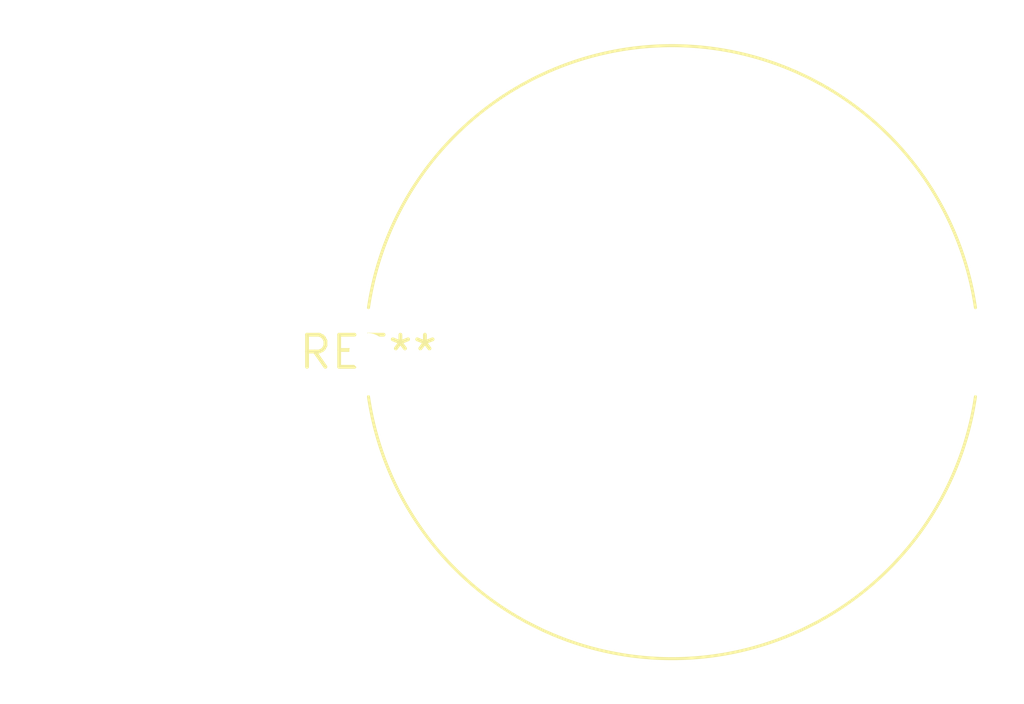
<source format=kicad_pcb>
(kicad_pcb (version 20240108) (generator pcbnew)
  (layers (0 "F.Cu" signal) (31 "B.Cu" signal) (34 "B.Paste" user) (35 "F.Paste" user) (36 "B.SilkS" user "B.Silkscreen") (37 "F.SilkS" user "F.Silkscreen") (38 "B.Mask" user) (39 "F.Mask" user) (44 "Edge.Cuts" user))
  (net 0 "")
  (footprint "L_Radial_D24.0mm_P24.00mm" (layer "F.Cu") (at 0 0)
    (property "Reference" "REF**")
    (property "Value" "L_Radial_D24.0mm_P24.00mm")
    (fp_arc (start 0.00847 -1.76) (mid 12 -12.12) (end 23.99153 -1.76) (layer "F.SilkS") (stroke (width 0.12)))
    (fp_arc (start 23.99153 1.76) (mid 12 12.12) (end 0.00847 1.76) (layer "F.SilkS") (stroke (width 0.12)))
    (pad "1" thru_hole circle (at 0 0) (size 3 3) (drill 1.5) (layers *.Cu *.Mask) (remove_unused_layers))
    (pad "2" thru_hole circle (at 24 0) (size 3 3) (drill 1.5) (layers *.Cu *.Mask) (remove_unused_layers))
  )
)
</source>
